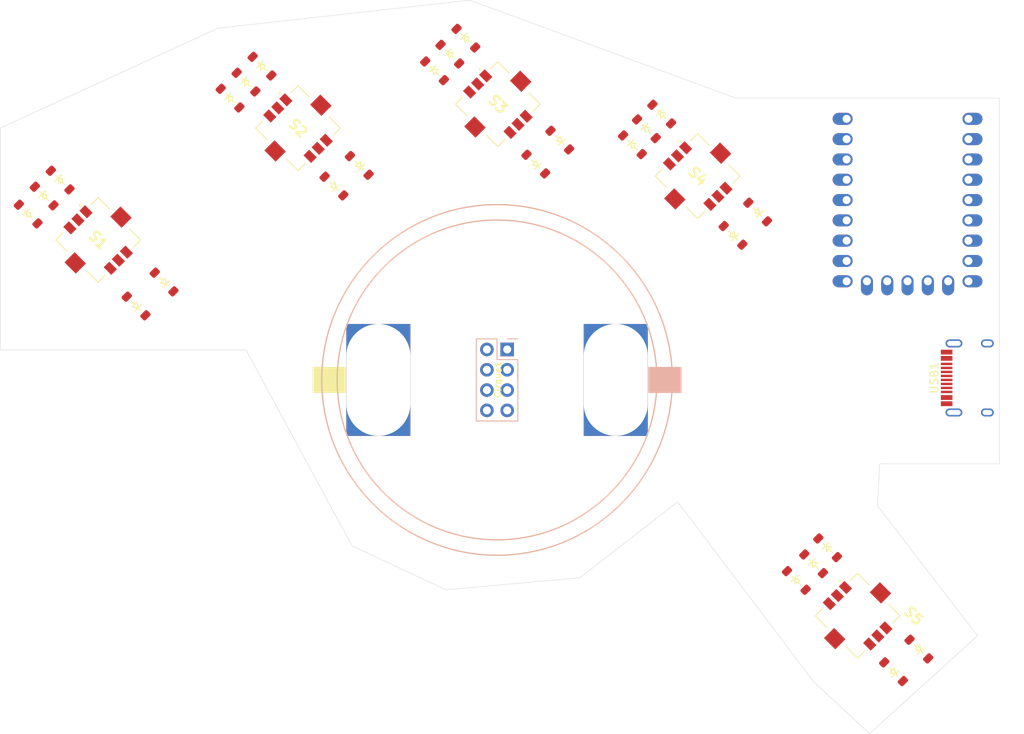
<source format=kicad_pcb>
(kicad_pcb (version 20240108) (generator "pcbnew") (generator_version "8.99")
  (layers (0 "F.Cu" signal) (31 "B.Cu" signal) (34 "B.Paste" user) (35 "F.Paste" user) (36 "B.SilkS" user "B.Silkscreen") (37 "F.SilkS" user "F.Silkscreen") (38 "B.Mask" user) (39 "F.Mask" user) (44 "Edge.Cuts" user))
  (net 0 "")
  (net 1 "Row 1")
  (net 2 "Net-(D1-A)")
  (net 3 "Net-(D2-A)")
  (net 4 "Row 2")
  (net 5 "Row 5")
  (net 6 "Net-(D3-A)")
  (net 7 "Row 4")
  (net 8 "Net-(D4-A)")
  (net 9 "Row 3")
  (net 10 "Net-(D5-A)")
  (net 11 "Net-(D6-A)")
  (net 12 "Net-(D7-A)")
  (net 13 "Net-(D8-A)")
  (net 14 "Net-(D9-A)")
  (net 15 "Net-(D10-A)")
  (net 16 "Net-(D11-A)")
  (net 17 "Net-(D12-A)")
  (net 18 "Net-(D13-A)")
  (net 19 "Net-(D14-A)")
  (net 20 "Net-(D15-A)")
  (net 21 "Net-(D16-A)")
  (net 22 "Net-(D17-A)")
  (net 23 "Net-(D18-A)")
  (net 24 "Net-(D19-A)")
  (net 25 "Net-(D20-A)")
  (net 26 "Net-(D21-A)")
  (net 27 "Net-(D22-A)")
  (net 28 "Net-(D23-A)")
  (net 29 "Net-(D24-A)")
  (net 30 "Net-(D25-A)")
  (net 32 "Col 1")
  (net 42 "Col 5")
  (net 43 "Col 3")
  (net 44 "Col 4")
  (net 47 "GP0")
  (net 49 "GP1")
  (net 50 "3V3")
  (net 51 "5V")
  (net 52 "Col 2")
  (net 53 "GND")
  (net 55 "SI")
  (net 56 "SCK")
  (net 58 "SS")
  (net 59 "SO")
  (footprint "ScottoKeebs_Components:Diode_SOD-123" (layer "F.Cu") (at 199.5 154 135)
    (property "Reference" "D25" (hide yes))
    (property "Value" "D")
    (pad "1" smd roundrect (at -1.65 0 135) (size 0.9 1.2) (layers "F.Cu" "F.Paste" "F.Mask") (net 5 "Row 5"))
    (pad "2" smd roundrect (at 1.65 0 135) (size 0.9 1.2) (layers "F.Cu" "F.Paste" "F.Mask") (net 30 "Net-(D25-A)"))
  )
  (footprint "ScottoKeebs_Components:Diode_SOD-123" (layer "F.Cu") (at 168.583274 86.083274 -45)
    (property "Reference" "D17" (hide yes))
    (property "Value" "D")
    (pad "1" smd roundrect (at -1.65 0 315) (size 0.9 1.2) (layers "F.Cu" "F.Paste" "F.Mask") (net 4 "Row 2"))
    (pad "2" smd roundrect (at 1.65 0 315) (size 0.9 1.2) (layers "F.Cu" "F.Paste" "F.Mask") (net 22 "Net-(D17-A)"))
  )
  (footprint "ScottoKeebs_Components:Diode_SOD-123" (layer "F.Cu") (at 104.75 108.25 135)
    (property "Reference" "D5" (hide yes))
    (property "Value" "D")
    (pad "1" smd roundrect (at -1.65 0 135) (size 0.9 1.2) (layers "F.Cu" "F.Paste" "F.Mask") (net 5 "Row 5"))
    (pad "2" smd roundrect (at 1.65 0 135) (size 0.9 1.2) (layers "F.Cu" "F.Paste" "F.Mask") (net 10 "Net-(D5-A)"))
  )
  (footprint "footprints:SKRHADE010" (layer "F.Cu") (at 150 83 -45)
    (property "Reference" "S3" (at 0 0 135) (layer "F.SilkS") (effects (font (size 1.27 1.27) (thickness 0.254))))
    (property "Value" "SKRHADE010" (hide yes))
    (pad "" np_thru_hole circle (at 0 -1.9 315) (size 0.75 0.75) (drill 0.75) (layers "*.Cu" "*.Mask"))
    (pad "" np_thru_hole circle (at 0 1.9 315) (size 1.05 1.05) (drill 1.05) (layers "*.Cu" "*.Mask"))
    (pad "1" smd rect (at -3.575 -1.425 45) (size 1 1.35) (layers "F.Cu" "F.Paste" "F.Mask") (net 16 "Net-(D11-A)"))
    (pad "2" smd rect (at -3.575 0 45) (size 1 1.35) (layers "F.Cu" "F.Paste" "F.Mask") (net 17 "Net-(D12-A)"))
    (pad "3" smd rect (at -3.575 1.425 45) (size 1 1.35) (layers "F.Cu" "F.Paste" "F.Mask") (net 18 "Net-(D13-A)"))
    (pad "4" smd rect (at 3.575 -1.425 45) (size 1 1.35) (layers "F.Cu" "F.Paste" "F.Mask") (net 19 "Net-(D14-A)"))
    (pad "5" smd rect (at 3.575 0 45) (size 1 1.35) (layers "F.Cu" "F.Paste" "F.Mask") (net 43 "Col 3"))
    (pad "6" smd rect (at 3.575 1.425 45) (size 1 1.35) (layers "F.Cu" "F.Paste" "F.Mask") (net 20 "Net-(D15-A)"))
    (pad "MP1" smd rect (at 0 -4.049999 45) (size 1.8 2) (layers "F.Cu" "F.Paste" "F.Mask"))
    (pad "MP2" smd rect (at 0 4.049999 45) (size 1.8 2) (layers "F.Cu" "F.Paste" "F.Mask"))
  )
  (footprint "ScottoKeebs_Components:Diode_SOD-123" (layer "F.Cu") (at 93.25 94.5 -45)
    (property "Reference" "D2" (hide yes))
    (property "Value" "D")
    (pad "1" smd roundrect (at -1.65 0 315) (size 0.9 1.2) (layers "F.Cu" "F.Paste" "F.Mask") (net 4 "Row 2"))
    (pad "2" smd roundrect (at 1.65 0 315) (size 0.9 1.2) (layers "F.Cu" "F.Paste" "F.Mask") (net 3 "Net-(D2-A)"))
  )
  (footprint "ScottoKeebs_MCU:RP2040_Zero" (layer "F.Cu") (at 201.25 95)
    (property "Reference" "U1" (hide yes))
    (property "Value" "RP2040_Zero" (hide yes))
    (pad "1" thru_hole oval (at 7.62 -10.16 180) (size 2.5 1.5) (drill 1 (offset -0.5 0)) (layers "*.Cu" "*.Mask") (net 47 "GP0"))
    (pad "2" thru_hole oval (at 7.62 -7.62 180) (size 2.5 1.5) (drill 1 (offset -0.5 0)) (layers "*.Cu" "*.Mask") (net 49 "GP1"))
    (pad "3" thru_hole oval (at 7.62 -5.08 180) (size 2.5 1.5) (drill 1 (offset -0.5 0)) (layers "*.Cu" "*.Mask") (net 56 "SCK"))
    (pad "4" thru_hole oval (at 7.62 -2.54 180) (size 2.5 1.5) (drill 1 (offset -0.5 0)) (layers "*.Cu" "*.Mask") (net 55 "SI"))
    (pad "5" thru_hole oval (at 7.62 0 180) (size 2.5 1.5) (drill 1 (offset -0.5 0)) (layers "*.Cu" "*.Mask") (net 59 "SO"))
    (pad "6" thru_hole oval (at 7.62 2.54 180) (size 2.5 1.5) (drill 1 (offset -0.5 0)) (layers "*.Cu" "*.Mask") (net 58 "SS"))
    (pad "7" thru_hole oval (at 7.62 5.08 180) (size 2.5 1.5) (drill 1 (offset -0.5 0)) (layers "*.Cu" "*.Mask"))
    (pad "8" thru_hole oval (at 7.62 7.62 180) (size 2.5 1.5) (drill 1 (offset -0.5 0)) (layers "*.Cu" "*.Mask"))
    (pad "9" thru_hole oval (at 7.62 10.16 180) (size 2.5 1.5) (drill 1 (offset -0.5 0)) (layers "*.Cu" "*.Mask"))
    (pad "10" thru_hole oval (at 5.08 10.16 90) (size 2.5 1.5) (drill 1 (offset -0.5 0)) (layers "*.Cu" "*.Mask") (net 32 "Col 1"))
    (pad "11" thru_hole oval (at 2.54 10.16 90) (size 2.5 1.5) (drill 1 (offset -0.5 0)) (layers "*.Cu" "*.Mask") (net 52 "Col 2"))
    (pad "12" thru_hole oval (at 0 10.16 90) (size 2.5 1.5) (drill 1 (offset -0.5 0)) (layers "*.Cu" "*.Mask") (net 43 "Col 3"))
    (pad "13" thru_hole oval (at -2.54 10.16 90) (size 2.5 1.5) (drill 1 (offset -0.5 0)) (layers "*.Cu" "*.Mask") (net 44 "Col 4"))
    (pad "14" thru_hole oval (at -5.08 10.16 90) (size 2.5 1.5) (drill 1 (offset -0.5 0)) (layers "*.Cu" "*.Mask") (net 42 "Col 5"))
    (pad "15" thru_hole oval (at -7.62 10.16) (size 2.5 1.5) (drill 1 (offset -0.5 0)) (layers "*.Cu" "*.Mask") (net 1 "Row 1"))
    (pad "16" thru_hole oval (at -7.62 7.62) (size 2.5 1.5) (drill 1 (offset -0.5 0)) (layers "*.Cu" "*.Mask") (net 4 "Row 2"))
    (pad "17" thru_hole oval (at -7.62 5.08) (size 2.5 1.5) (drill 1 (offset -0.5 0)) (layers "*.Cu" "*.Mask") (net 9 "Row 3"))
    (pad "18" thru_hole oval (at -7.62 2.54) (size 2.5 1.5) (drill 1 (offset -0.5 0)) (layers "*.Cu" "*.Mask") (net 7 "Row 4"))
    (pad "19" thru_hole oval (at -7.62 0) (size 2.5 1.5) (drill 1 (offset -0.5 0)) (layers "*.Cu" "*.Mask") (net 5 "Row 5"))
    (pad "20" thru_hole oval (at -7.62 -2.54) (size 2.5 1.5) (drill 1 (offset -0.5 0)) (layers "*.Cu" "*.Mask"))
    (pad "21" thru_hole oval (at -7.62 -5.08) (size 2.5 1.5) (drill 1 (offset -0.5 0)) (layers "*.Cu" "*.Mask") (net 50 "3V3"))
    (pad "22" thru_hole oval (at -7.62 -7.62) (size 2.5 1.5) (drill 1 (offset -0.5 0)) (layers "*.Cu" "*.Mask") (net 53 "GND"))
    (pad "23" thru_hole oval (at -7.62 -10.16) (size 2.5 1.5) (drill 1 (offset -0.5 0)) (layers "*.Cu" "*.Mask") (net 51 "5V"))
  )
  (footprint "ScottoKeebs_Components:Diode_SOD-123" (layer "F.Cu") (at 118.5 80.25 -45)
    (property "Reference" "D7" (hide yes))
    (property "Value" "D")
    (pad "1" smd roundrect (at -1.65 0 315) (size 0.9 1.2) (layers "F.Cu" "F.Paste" "F.Mask") (net 4 "Row 2"))
    (pad "2" smd roundrect (at 1.65 0 315) (size 0.9 1.2) (layers "F.Cu" "F.Paste" "F.Mask") (net 12 "Net-(D7-A)"))
  )
  (footprint "ScottoKeebs_Components:Diode_SOD-123" (layer "F.Cu") (at 166.833274 88.083274 -45)
    (property "Reference" "D18" (hide yes))
    (property "Value" "D")
    (pad "1" smd roundrect (at -1.65 0 315) (size 0.9 1.2) (layers "F.Cu" "F.Paste" "F.Mask") (net 9 "Row 3"))
    (pad "2" smd roundrect (at 1.65 0 315) (size 0.9 1.2) (layers "F.Cu" "F.Paste" "F.Mask") (net 23 "Net-(D18-A)"))
  )
  (footprint "ScottoKeebs_Components:Diode_SOD-123" (layer "F.Cu") (at 202.666726 151.166726 135)
    (property "Reference" "D24" (hide yes))
    (property "Value" "D")
    (pad "1" smd roundrect (at -1.65 0 135) (size 0.9 1.2) (layers "F.Cu" "F.Paste" "F.Mask") (net 7 "Row 4"))
    (pad "2" smd roundrect (at 1.65 0 135) (size 0.9 1.2) (layers "F.Cu" "F.Paste" "F.Mask") (net 29 "Net-(D24-A)"))
  )
  (footprint "ScottoKeebs_Components:Diode_SOD-123" (layer "F.Cu") (at 144 76.75 -45)
    (property "Reference" "D12" (hide yes))
    (property "Value" "D")
    (pad "1" smd roundrect (at -1.65 0 315) (size 0.9 1.2) (layers "F.Cu" "F.Paste" "F.Mask") (net 4 "Row 2"))
    (pad "2" smd roundrect (at 1.65 0 315) (size 0.9 1.2) (layers "F.Cu" "F.Paste" "F.Mask") (net 17 "Net-(D12-A)"))
  )
  (footprint "ScottoKeebs_Components:Diode_SOD-123" (layer "F.Cu") (at 120.5 78.25 -45)
    (property "Reference" "D6" (hide yes))
    (property "Value" "D")
    (pad "1" smd roundrect (at -1.65 0 315) (size 0.9 1.2) (layers "F.Cu" "F.Paste" "F.Mask") (net 1 "Row 1"))
    (pad "2" smd roundrect (at 1.65 0 315) (size 0.9 1.2) (layers "F.Cu" "F.Paste" "F.Mask") (net 11 "Net-(D6-A)"))
  )
  (footprint "ScottoKeebs_Components:Diode_SOD-123" (layer "F.Cu") (at 142.083274 78.833274 -45)
    (property "Reference" "D13" (hide yes))
    (property "Value" "D")
    (pad "1" smd roundrect (at -1.65 0 315) (size 0.9 1.2) (layers "F.Cu" "F.Paste" "F.Mask") (net 9 "Row 3"))
    (pad "2" smd roundrect (at 1.65 0 315) (size 0.9 1.2) (layers "F.Cu" "F.Paste" "F.Mask") (net 18 "Net-(D13-A)"))
  )
  (footprint "ScottoKeebs_Components:Diode_SOD-123" (layer "F.Cu") (at 170.5 84.25 -45)
    (property "Reference" "D16" (hide yes))
    (property "Value" "D")
    (pad "1" smd roundrect (at -1.65 0 315) (size 0.9 1.2) (layers "F.Cu" "F.Paste" "F.Mask") (net 1 "Row 1"))
    (pad "2" smd roundrect (at 1.65 0 315) (size 0.9 1.2) (layers "F.Cu" "F.Paste" "F.Mask") (net 21 "Net-(D16-A)"))
  )
  (footprint "ScottoKeebs_Components:Diode_SOD-123" (layer "F.Cu") (at 191.25 138.5 -45)
    (property "Reference" "D21" (hide yes))
    (property "Value" "D")
    (pad "1" smd roundrect (at -1.65 0 315) (size 0.9 1.2) (layers "F.Cu" "F.Paste" "F.Mask") (net 1 "Row 1"))
    (pad "2" smd roundrect (at 1.65 0 315) (size 0.9 1.2) (layers "F.Cu" "F.Paste" "F.Mask") (net 26 "Net-(D21-A)"))
  )
  (footprint "ScottoKeebs_Components:Diode_SOD-123" (layer "F.Cu") (at 91.25 96.75 -45)
    (property "Reference" "D3" (hide yes))
    (property "Value" "D")
    (pad "1" smd roundrect (at -1.65 0 315) (size 0.9 1.2) (layers "F.Cu" "F.Paste" "F.Mask") (net 9 "Row 3"))
    (pad "2" smd roundrect (at 1.65 0 315) (size 0.9 1.2) (layers "F.Cu" "F.Paste" "F.Mask") (net 6 "Net-(D3-A)"))
  )
  (footprint "ScottoKeebs_Components:Diode_SOD-123" (layer "F.Cu") (at 95.25 92.5 -45)
    (property "Reference" "D1" (hide yes))
    (property "Value" "D")
    (pad "1" smd roundrect (at -1.65 0 315) (size 0.9 1.2) (layers "F.Cu" "F.Paste" "F.Mask") (net 1 "Row 1"))
    (pad "2" smd roundrect (at 1.65 0 315) (size 0.9 1.2) (layers "F.Cu" "F.Paste" "F.Mask") (net 2 "Net-(D1-A)"))
  )
  (footprint "footprints:HRO-TYPE-C-31-M-12" (layer "F.Cu") (at 213.835 117.25 90)
    (property "Reference" "USB1" (at 0 -9.25 -90) (layer "F.SilkS"))
    (property "Value" "HRO-TYPE-C-31-M-12")
    (pad "" np_thru_hole circle (at -2.89 -6.25 90) (size 0.65 0.65) (drill 0.65) (layers "*.Cu" "*.Mask"))
    (pad "" np_thru_hole circle (at 2.89 -6.25 90) (size 0.65 0.65) (drill 0.65) (layers "*.Cu" "*.Mask"))
    (pad "1" smd rect (at -3.225 -7.695 90) (size 0.6 1.45) (layers "F.Cu" "F.Paste" "F.Mask") (net 53 "GND"))
    (pad "2" smd rect (at -2.45 -7.695 90) (size 0.6 1.45) (layers "F.Cu" "F.Paste" "F.Mask") (net 51 "5V"))
    (pad "3" smd rect (at -1.75 -7.695 90) (size 0.3 1.45) (layers "F.Cu" "F.Paste" "F.Mask"))
    (pad "4" smd rect (at -1.25 -7.695 90) (size 0.3 1.45) (layers "F.Cu" "F.Paste" "F.Mask"))
    (pad "5" smd rect (at -0.75 -7.695 90) (size 0.3 1.45) (layers "F.Cu" "F.Paste" "F.Mask") (net 47 "GP0"))
    (pad "6" smd rect (at -0.25 -7.695 90) (size 0.3 1.45) (layers "F.Cu" "F.Paste" "F.Mask") (net 49 "GP1"))
    (pad "7" smd rect (at 0.25 -7.695 90) (size 0.3 1.45) (layers "F.Cu" "F.Paste" "F.Mask") (net 47 "GP0"))
    (pad "8" smd rect (at 0.75 -7.695 90) (size 0.3 1.45) (layers "F.Cu" "F.Paste" "F.Mask") (net 49 "GP1"))
    (pad "9" smd rect (at 1.25 -7.695 90) (size 0.3 1.45) (layers "F.Cu" "F.Paste" "F.Mask"))
    (pad "10" smd rect (at 1.75 -7.695 90) (size 0.3 1.45) (layers "F.Cu" "F.Paste" "F.Mask"))
    (pad "11" smd rect (at 2.45 -7.695 90) (size 0.6 1.45) (layers "F.Cu" "F.Paste" "F.Mask") (net 51 "5V"))
    (pad "12" smd rect (at 3.225 -7.695 90) (size 0.6 1.45) (layers "F.Cu" "F.Paste" "F.Mask") (net 53 "GND"))
    (pad "13" thru_hole oval (at -4.32 -6.78 90) (size 1 2.1) (drill oval 0.6 1.7) (layers "*.Cu" "B.Mask") (net 53 "GND"))
    (pad "13" thru_hole oval (at -4.32 -2.6 90) (size 1 1.6) (drill oval 0.6 1.2) (layers "*.Cu" "B.Mask") (net 53 "GND"))
    (pad "13" thru_hole oval (at 4.32 -6.78 90) (size 1 2.1) (drill oval 0.6 1.7) (layers "*.Cu" "B.Mask") (net 53 "GND"))
    (pad "13" thru_hole oval (at 4.32 -2.6 90) (size 1 1.6) (drill oval 0.6 1.2) (layers "*.Cu" "B.Mask") (net 53 "GND"))
  )
  (footprint "ScottoKeebs_Components:Diode_SOD-123" (layer "F.Cu") (at 182.5 96.5 135)
    (property "Reference" "D19" (hide yes))
    (property "Value" "D")
    (pad "1" smd roundrect (at -1.65 0 135) (size 0.9 1.2) (layers "F.Cu" "F.Paste" "F.Mask") (net 7 "Row 4"))
    (pad "2" smd roundrect (at 1.65 0 135) (size 0.9 1.2) (layers "F.Cu" "F.Paste" "F.Mask") (net 24 "Net-(D19-A)"))
  )
  (footprint "ScottoKeebs_Components:Diode_SOD-123" (layer "F.Cu") (at 187.333274 142.583274 -45)
    (property "Reference" "D23" (hide yes))
    (property "Value" "D")
    (pad "1" smd roundrect (at -1.65 0 315) (size 0.9 1.2) (layers "F.Cu" "F.Paste" "F.Mask") (net 9 "Row 3"))
    (pad "2" smd roundrect (at 1.65 0 315) (size 0.9 1.2) (layers "F.Cu" "F.Paste" "F.Mask") (net 28 "Net-(D23-A)"))
  )
  (footprint "ScottoKeebs_Components:Diode_SOD-123" (layer "F.Cu") (at 108.25 105.25 135)
    (property "Reference" "D4" (hide yes))
    (property "Value" "D")
    (pad "1" smd roundrect (at -1.65 0 135) (size 0.9 1.2) (layers "F.Cu" "F.Paste" "F.Mask") (net 7 "Row 4"))
    (pad "2" smd roundrect (at 1.65 0 135) (size 0.9 1.2) (layers "F.Cu" "F.Paste" "F.Mask") (net 8 "Net-(D4-A)"))
  )
  (footprint "ScottoKeebs_Components:Diode_SOD-123" (layer "F.Cu") (at 154.75 90.5 135)
    (property "Reference" "D15" (hide yes))
    (property "Value" "D")
    (pad "1" smd roundrect (at -1.65 0 135) (size 0.9 1.2) (layers "F.Cu" "F.Paste" "F.Mask") (net 5 "Row 5"))
    (pad "2" smd roundrect (at 1.65 0 135) (size 0.9 1.2) (layers "F.Cu" "F.Paste" "F.Mask") (net 20 "Net-(D15-A)"))
  )
  (footprint "ScottoKeebs_Components:Diode_SOD-123" (layer "F.Cu") (at 189.5 140.5 -45)
    (property "Reference" "D22" (hide yes))
    (property "Value" "D")
    (pad "1" smd roundrect (at -1.65 0 315) (size 0.9 1.2) (layers "F.Cu" "F.Paste" "F.Mask") (net 4 "Row 2"))
    (pad "2" smd roundrect (at 1.65 0 315) (size 0.9 1.2) (layers "F.Cu" "F.Paste" "F.Mask") (net 27 "Net-(D22-A)"))
  )
  (footprint "ScottoKeebs_Components:Diode_SOD-123" (layer "F.Cu") (at 132.666726 90.666726 135)
    (property "Reference" "D9" (hide yes))
    (property "Value" "D")
    (pad "1" smd roundrect (at -1.65 0 135) (size 0.9 1.2) (layers "F.Cu" "F.Paste" "F.Mask") (net 7 "Row 4"))
    (pad "2" smd roundrect (at 1.65 0 135) (size 0.9 1.2) (layers "F.Cu" "F.Paste" "F.Mask") (net 14 "Net-(D9-A)"))
  )
  (footprint "ScottoKeebs_Components:Diode_SOD-123" (layer "F.Cu") (at 116.5 82.25 -45)
    (property "Reference" "D8" (hide yes))
    (property "Value" "D")
    (pad "1" smd roundrect (at -1.65 0 315) (size 0.9 1.2) (layers "F.Cu" "F.Paste" "F.Mask") (net 9 "Row 3"))
    (pad "2" smd roundrect (at 1.65 0 315) (size 0.9 1.2) (layers "F.Cu" "F.Paste" "F.Mask") (net 13 "Net-(D8-A)"))
  )
  (footprint "ScottoKeebs_Components:Diode_SOD-123" (layer "F.Cu") (at 179.416726 99.416726 135)
    (property "Reference" "D20" (hide yes))
    (property "Value" "D")
    (pad "1" smd roundrect (at -1.65 0 135) (size 0.9 1.2) (layers "F.Cu" "F.Paste" "F.Mask") (net 5 "Row 5"))
    (pad "2" smd roundrect (at 1.65 0 135) (size 0.9 1.2) (layers "F.Cu" "F.Paste" "F.Mask") (net 25 "Net-(D20-A)"))
  )
  (footprint "ScottoKeebs_Components:Diode_SOD-123" (layer "F.Cu") (at 129.5 93.25 135)
    (property "Reference" "D10" (hide yes))
    (property "Value" "D")
    (pad "1" smd roundrect (at -1.65 0 135) (size 0.9 1.2) (layers "F.Cu" "F.Paste" "F.Mask") (net 5 "Row 5"))
    (pad "2" smd roundrect (at 1.65 0 135) (size 0.9 1.2) (layers "F.Cu" "F.Paste" "F.Mask") (net 15 "Net-(D10-A)"))
  )
  (footprint "ScottoKeebs_Components:Diode_SOD-123" (layer "F.Cu") (at 146 74.75 -45)
    (property "Reference" "D11" (hide yes))
    (property "Value" "D")
    (pad "1" smd roundrect (at -1.65 0 315) (size 0.9 1.2) (layers "F.Cu" "F.Paste" "F.Mask") (net 1 "Row 1"))
    (pad "2" smd roundrect (at 1.65 0 315) (size 0.9 1.2) (layers "F.Cu" "F.Paste" "F.Mask") (net 16 "Net-(D11-A)"))
  )
  (footprint "footprints:CIRQUE-TM040040" (layer "F.Cu") (at 149.9 117.5)
    (property "Reference" "Cirque1" (at 0.12 -0.025 90) (layer "F.SilkS") (effects (font (size 0.8 0.8))))
    (property "Value" "Cirque" (hide yes))
    (pad "" np_thru_hole rect (at -14.85 0) (size 8 14) (drill oval 8 14) (layers "*.Cu" "*.Mask"))
    (pad "" np_thru_hole rect (at 14.85 0) (size 8 14) (drill oval 8 14) (layers "*.Cu" "*.Mask"))
    (pad "1" thru_hole rect (at 1.27 -3.81) (size 1.7 1.7) (drill 1) (layers "*.Cu" "*.Mask") (net 53 "GND"))
    (pad "2" thru_hole oval (at -1.27 -3.81) (size 1.7 1.7) (drill 1) (layers "*.Cu" "*.Mask") (net 50 "3V3"))
    (pad "3" thru_hole oval (at 1.27 -1.27) (size 1.7 1.7) (drill 1) (layers "*.Cu" "*.Mask"))
    (pad "4" thru_hole oval (at -1.27 -1.27) (size 1.7 1.7) (drill 1) (layers "*.Cu" "*.Mask"))
    (pad "5" thru_hole oval (at 1.27 1.27) (size 1.7 1.7) (drill 1) (layers "*.Cu" "*.Mask") (net 56 "SCK"))
    (pad "6" thru_hole oval (at -1.27 1.27) (size 1.7 1.7) (drill 1) (layers "*.Cu" "*.Mask") (net 58 "SS"))
    (pad "7" thru_hole oval (at 1.27 3.81) (size 1.7 1.7) (drill 1) (layers "*.Cu" "*.Mask") (net 59 "SO"))
    (pad "8" thru_hole oval (at -1.27 3.81) (size 1.7 1.7) (drill 1) (layers "*.Cu" "*.Mask") (net 55 "SI"))
  )
  (footprint "ScottoKeebs_Components:Diode_SOD-123" (layer "F.Cu") (at 157.75 87.5 135)
    (property "Reference" "D14" (hide yes))
    (property "Value" "D")
    (pad "1" smd roundrect (at -1.65 0 135) (size 0.9 1.2) (layers "F.Cu" "F.Paste" "F.Mask") (net 7 "Row 4"))
    (pad "2" smd roundrect (at 1.65 0 135) (size 0.9 1.2) (layers "F.Cu" "F.Paste" "F.Mask") (net 19 "Net-(D14-A)"))
  )
  (footprint "footprints:SKRHADE010" (layer "F.Cu") (at 175 92 -45)
    (property "Reference" "S4" (at 0 0 135) (layer "F.SilkS") (effects (font (size 1.27 1.27) (thickness 0.254))))
    (property "Value" "SKRHADE010" (hide yes))
    (pad "" np_thru_hole circle (at 0 -1.9 315) (size 0.75 0.75) (drill 0.75) (layers "*.Cu" "*.Mask"))
    (pad "" np_thru_hole circle (at 0 1.9 315) (size 1.05 1.05) (drill 1.05) (layers "*.Cu" "*.Mask"))
    (pad "1" smd rect (at -3.575 -1.425 45) (size 1 1.35) (layers "F.Cu" "F.Paste" "F.Mask") (net 21 "Net-(D16-A)"))
    (pad "2" smd rect (at -3.575 0 45) (size 1 1.35) (layers "F.Cu" "F.Paste" "F.Mask") (net 22 "Net-(D17-A)"))
    (pad "3" smd rect (at -3.575 1.425 45) (size 1 1.35) (layers "F.Cu" "F.Paste" "F.Mask") (net 23 "Net-(D18-A)"))
    (pad "4" smd rect (at 3.575 -1.425 45) (size 1 1.35) (layers "F.Cu" "F.Paste" "F.Mask") (net 24 "Net-(D19-A)"))
    (pad "5" smd rect (at 3.575 0 45) (size 1 1.35) (layers "F.Cu" "F.Paste" "F.Mask") (net 44 "Col 4"))
    (pad "6" smd rect (at 3.575 1.425 45) (size 1 1.35) (layers "F.Cu" "F.Paste" "F.Mask") (net 25 "Net-(D20-A)"))
    (pad "MP1" smd rect (at 0 -4.049999 45) (size 1.8 2) (layers "F.Cu" "F.Paste" "F.Mask"))
    (pad "MP2" smd rect (at 0 4.049999 45) (size 1.8 2) (layers "F.Cu" "F.Paste" "F.Mask"))
  )
  (footprint "footprints:SKRHADE010" (layer "F.Cu") (at 125 86 -45)
    (property "Reference" "S2" (at 0 0 135) (layer "F.SilkS") (effects (font (size 1.27 1.27) (thickness 0.254))))
    (property "Value" "SKRHADE010" (hide yes))
    (pad "" np_thru_hole circle (at 0 -1.9 315) (size 0.75 0.75) (drill 0.75) (layers "*.Cu" "*.Mask"))
    (pad "" np_thru_hole circle (at 0 1.9 315) (size 1.05 1.05) (drill 1.05) (layers "*.Cu" "*.Mask"))
    (pad "1" smd rect (at -3.575 -1.425 45) (size 1 1.35) (layers "F.Cu" "F.Paste" "F.Mask") (net 11 "Net-(D6-A)"))
    (pad "2" smd rect (at -3.575 0 45) (size 1 1.35) (layers "F.Cu" "F.Paste" "F.Mask") (net 12 "Net-(D7-A)"))
    (pad "3" smd rect (at -3.575 1.425 45) (size 1 1.35) (layers "F.Cu" "F.Paste" "F.Mask") (net 13 "Net-(D8-A)"))
    (pad "4" smd rect (at 3.575 -1.425 45) (size 1 1.35) (layers "F.Cu" "F.Paste" "F.Mask") (net 14 "Net-(D9-A)"))
    (pad "5" smd rect (at 3.575 0 45) (size 1 1.35) (layers "F.Cu" "F.Paste" "F.Mask") (net 52 "Col 2"))
    (pad "6" smd rect (at 3.575 1.425 45) (size 1 1.35) (layers "F.Cu" "F.Paste" "F.Mask") (net 15 "Net-(D10-A)"))
    (pad "MP1" smd rect (at 0 -4.049999 45) (size 1.8 2) (layers "F.Cu" "F.Paste" "F.Mask"))
    (pad "MP2" smd rect (at 0 4.049999 45) (size 1.8 2) (layers "F.Cu" "F.Paste" "F.Mask"))
  )
  (footprint "footprints:SKRHADE010" (layer "F.Cu") (at 100 100 -45)
    (property "Reference" "S1" (at 0 0 135) (layer "F.SilkS") (effects (font (size 1.27 1.27) (thickness 0.254))))
    (property "Value" "SKRHADE010" (hide yes))
    (pad "" np_thru_hole circle (at 0 -1.9 315) (size 0.75 0.75) (drill 0.75) (layers "*.Cu" "*.Mask"))
    (pad "" np_thru_hole circle (at 0 1.9 315) (size 1.05 1.05) (drill 1.05) (layers "*.Cu" "*.Mask"))
    (pad "1" smd rect (at -3.575 -1.425 45) (size 1 1.35) (layers "F.Cu" "F.Paste" "F.Mask") (net 2 "Net-(D1-A)"))
    (pad "2" smd rect (at -3.575 0 45) (size 1 1.35) (layers "F.Cu" "F.Paste" "F.Mask") (net 3 "Net-(D2-A)"))
    (pad "3" smd rect (at -3.575 1.425 45) (size 1 1.35) (layers "F.Cu" "F.Paste" "F.Mask") (net 6 "Net-(D3-A)"))
    (pad "4" smd rect (at 3.575 -1.425 45) (size 1 1.35) (layers "F.Cu" "F.Paste" "F.Mask") (net 8 "Net-(D4-A)"))
    (pad "5" smd rect (at 3.575 0 45) (size 1 1.35) (layers "F.Cu" "F.Paste" "F.Mask") (net 32 "Col 1"))
    (pad "6" smd rect (at 3.575 1.425 45) (size 1 1.35) (layers "F.Cu" "F.Paste" "F.Mask") (net 10 "Net-(D5-A)"))
    (pad "MP1" smd rect (at 0 -4.049999 45) (size 1.8 2) (layers "F.Cu" "F.Paste" "F.Mask"))
    (pad "MP2" smd rect (at 0 4.049999 45) (size 1.8 2) (layers "F.Cu" "F.Paste" "F.Mask"))
  )
  (footprint "footprints:SKRHADE010" (layer "F.Cu") (at 195 147 -45)
    (property "Reference" "S5" (at 4.951539 -4.951539 135) (layer "F.SilkS") (effects (font (size 1.27 1.27) (thickness 0.254))))
    (property "Value" "SKRHADE010" (hide yes))
    (pad "" np_thru_hole circle (at 0 -1.9 315) (size 0.75 0.75) (drill 0.75) (layers "*.Cu" "*.Mask"))
    (pad "" np_thru_hole circle (at 0 1.9 315) (size 1.05 1.05) (drill 1.05) (layers "*.Cu" "*.Mask"))
    (pad "1" smd rect (at -3.575 -1.425 45) (size 1 1.35) (layers "F.Cu" "F.Paste" "F.Mask") (net 26 "Net-(D21-A)"))
    (pad "2" smd rect (at -3.575 0 45) (size 1 1.35) (layers "F.Cu" "F.Paste" "F.Mask") (net 27 "Net-(D22-A)"))
    (pad "3" smd rect (at -3.575 1.425 45) (size 1 1.35) (layers "F.Cu" "F.Paste" "F.Mask") (net 28 "Net-(D23-A)"))
    (pad "4" smd rect (at 3.575 -1.425 45) (size 1 1.35) (layers "F.Cu" "F.Paste" "F.Mask") (net 29 "Net-(D24-A)"))
    (pad "5" smd rect (at 3.575 0 45) (size 1 1.35) (layers "F.Cu" "F.Paste" "F.Mask") (net 42 "Col 5"))
    (pad "6" smd rect (at 3.575 1.425 45) (size 1 1.35) (layers "F.Cu" "F.Paste" "F.Mask") (net 30 "Net-(D25-A)"))
    (pad "MP1" smd rect (at 0 -4.049999 45) (size 1.8 2) (layers "F.Cu" "F.Paste" "F.Mask"))
    (pad "MP2" smd rect (at 0 4.049999 45) (size 1.8 2) (layers "F.Cu" "F.Paste" "F.Mask"))
  )
  (gr_poly (pts (xy 87.75 86) (xy 87.75 113.75) (xy 118.5 113.75) (xy 131.75 138.25) (xy 143.5 143.75) (xy 160.25 142.25) (xy 172.5 132.75) (xy 189.5 155.25) (xy 196.5 161.75) (xy 210 149.5) (xy 197.5 133.25) (xy 197.75 128) (xy 212.75 128) (xy 212.75 98) (xy 212.75 82.25) (xy 179.75 82.25) (xy 146.5 70) (xy 115 73.5)) (stroke (width 0.05)) (fill none) (layer "Edge.Cuts"))
)
</source>
